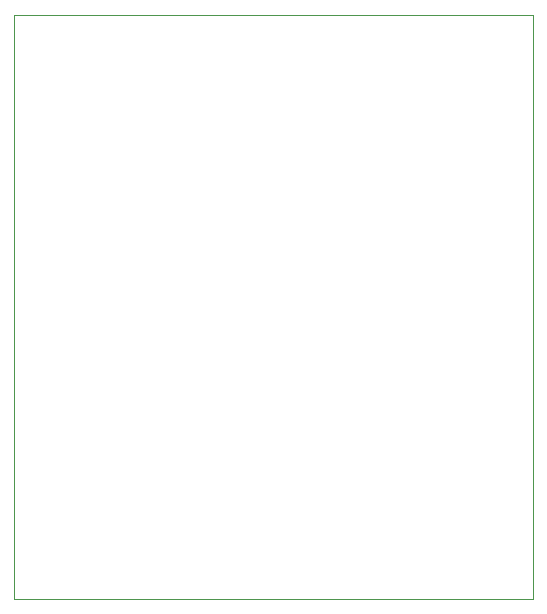
<source format=gbr>
%TF.GenerationSoftware,KiCad,Pcbnew,(6.0.2)*%
%TF.CreationDate,2022-11-21T15:36:14-08:00*%
%TF.ProjectId,tr_switch,74725f73-7769-4746-9368-2e6b69636164,rev?*%
%TF.SameCoordinates,PX4b94250PY699e930*%
%TF.FileFunction,Profile,NP*%
%FSLAX46Y46*%
G04 Gerber Fmt 4.6, Leading zero omitted, Abs format (unit mm)*
G04 Created by KiCad (PCBNEW (6.0.2)) date 2022-11-21 15:36:14*
%MOMM*%
%LPD*%
G01*
G04 APERTURE LIST*
%TA.AperFunction,Profile*%
%ADD10C,0.100000*%
%TD*%
G04 APERTURE END LIST*
D10*
X0Y49450000D02*
X44000000Y49450000D01*
X44000000Y49450000D02*
X44000000Y0D01*
X44000000Y0D02*
X0Y0D01*
X0Y0D02*
X0Y49450000D01*
M02*

</source>
